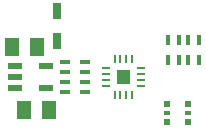
<source format=gbr>
G04 EAGLE Gerber RS-274X export*
G75*
%MOMM*%
%FSLAX34Y34*%
%LPD*%
%INSolderpaste Top*%
%IPPOS*%
%AMOC8*
5,1,8,0,0,1.08239X$1,22.5*%
G01*
%ADD10R,0.280000X0.800000*%
%ADD11R,0.800000X0.280000*%
%ADD12R,1.200000X0.550000*%
%ADD13R,1.200000X1.500000*%
%ADD14R,0.900000X0.450000*%
%ADD15R,0.800000X1.350000*%
%ADD16R,0.450000X0.900000*%
%ADD17R,0.500000X0.500000*%
%ADD18R,0.500000X0.400000*%

G36*
X114365Y83197D02*
X114365Y83197D01*
X114431Y83199D01*
X114474Y83217D01*
X114521Y83225D01*
X114578Y83259D01*
X114638Y83284D01*
X114673Y83315D01*
X114714Y83340D01*
X114756Y83391D01*
X114804Y83435D01*
X114826Y83477D01*
X114855Y83514D01*
X114876Y83576D01*
X114907Y83635D01*
X114915Y83689D01*
X114927Y83726D01*
X114926Y83766D01*
X114934Y83820D01*
X114934Y93980D01*
X114923Y94045D01*
X114921Y94111D01*
X114903Y94154D01*
X114895Y94201D01*
X114861Y94258D01*
X114836Y94318D01*
X114805Y94353D01*
X114780Y94394D01*
X114729Y94436D01*
X114685Y94484D01*
X114643Y94506D01*
X114606Y94535D01*
X114544Y94556D01*
X114485Y94587D01*
X114431Y94595D01*
X114394Y94607D01*
X114354Y94606D01*
X114300Y94614D01*
X104140Y94614D01*
X104075Y94603D01*
X104009Y94601D01*
X103966Y94583D01*
X103919Y94575D01*
X103862Y94541D01*
X103802Y94516D01*
X103767Y94485D01*
X103726Y94460D01*
X103685Y94409D01*
X103636Y94365D01*
X103614Y94323D01*
X103585Y94286D01*
X103564Y94224D01*
X103533Y94165D01*
X103525Y94111D01*
X103513Y94074D01*
X103513Y94063D01*
X103513Y94062D01*
X103514Y94032D01*
X103506Y93980D01*
X103506Y83820D01*
X103517Y83755D01*
X103519Y83689D01*
X103537Y83646D01*
X103545Y83599D01*
X103579Y83542D01*
X103604Y83482D01*
X103635Y83447D01*
X103660Y83406D01*
X103711Y83365D01*
X103755Y83316D01*
X103797Y83294D01*
X103834Y83265D01*
X103896Y83244D01*
X103955Y83213D01*
X104009Y83205D01*
X104046Y83193D01*
X104086Y83194D01*
X104140Y83186D01*
X114300Y83186D01*
X114365Y83197D01*
G37*
D10*
X101720Y73900D03*
X106720Y73900D03*
X111720Y73900D03*
X116720Y73900D03*
D11*
X124220Y81400D03*
X124220Y86400D03*
X124220Y91400D03*
X124220Y96400D03*
D10*
X116720Y103900D03*
X111720Y103900D03*
X106720Y103900D03*
X101720Y103900D03*
D11*
X94220Y96400D03*
X94220Y91400D03*
X94220Y86400D03*
X94220Y81400D03*
D12*
X17479Y98400D03*
X17479Y88900D03*
X17479Y79400D03*
X43481Y79400D03*
X43481Y98400D03*
D13*
X35900Y114300D03*
X14900Y114300D03*
X25060Y60960D03*
X46060Y60960D03*
D14*
X77080Y101900D03*
X60080Y101900D03*
X77080Y92900D03*
X77080Y84900D03*
X77080Y75900D03*
X60080Y75900D03*
X60080Y92900D03*
X60080Y84900D03*
D15*
X53340Y144780D03*
X53340Y119380D03*
D16*
X147020Y120260D03*
X147020Y103260D03*
X156020Y120260D03*
X164020Y120260D03*
X173020Y120260D03*
X173020Y103260D03*
X156020Y103260D03*
X164020Y103260D03*
D17*
X163940Y50920D03*
D18*
X163940Y58420D03*
D17*
X163940Y65920D03*
X145940Y65920D03*
D18*
X145940Y58420D03*
D17*
X145940Y50920D03*
M02*

</source>
